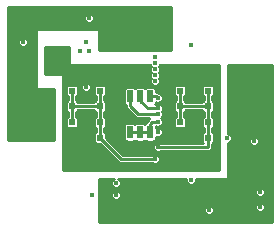
<source format=gbl>
G04 #@! TF.GenerationSoftware,KiCad,Pcbnew,(5.1.8)-1*
G04 #@! TF.CreationDate,2021-03-29T10:41:43+03:00*
G04 #@! TF.ProjectId,sensor board,73656e73-6f72-4206-926f-6172642e6b69,rev?*
G04 #@! TF.SameCoordinates,Original*
G04 #@! TF.FileFunction,Copper,L4,Bot*
G04 #@! TF.FilePolarity,Positive*
%FSLAX46Y46*%
G04 Gerber Fmt 4.6, Leading zero omitted, Abs format (unit mm)*
G04 Created by KiCad (PCBNEW (5.1.8)-1) date 2021-03-29 10:41:43*
%MOMM*%
%LPD*%
G01*
G04 APERTURE LIST*
G04 #@! TA.AperFunction,SMDPad,CuDef*
%ADD10R,0.550000X0.540000*%
G04 #@! TD*
G04 #@! TA.AperFunction,ComponentPad*
%ADD11C,3.000000*%
G04 #@! TD*
G04 #@! TA.AperFunction,SMDPad,CuDef*
%ADD12R,0.508800X1.112799*%
G04 #@! TD*
G04 #@! TA.AperFunction,ViaPad*
%ADD13C,0.381000*%
G04 #@! TD*
G04 #@! TA.AperFunction,Conductor*
%ADD14C,0.254000*%
G04 #@! TD*
G04 #@! TA.AperFunction,Conductor*
%ADD15C,0.100000*%
G04 #@! TD*
G04 APERTURE END LIST*
D10*
X137842000Y-75470000D03*
X137842000Y-76780000D03*
X137842000Y-78160000D03*
X137842000Y-79470000D03*
X135462000Y-79470000D03*
X135462000Y-78160000D03*
X135462000Y-76780000D03*
X135462000Y-75470000D03*
X144606000Y-75470000D03*
X144606000Y-76780000D03*
X144606000Y-78160000D03*
X144606000Y-79470000D03*
X146986000Y-79470000D03*
X146986000Y-78160000D03*
X146986000Y-76780000D03*
X146986000Y-75470000D03*
D11*
X141224000Y-84836000D03*
X141224000Y-70104000D03*
X150622000Y-77470000D03*
X131826000Y-77470000D03*
D12*
X140373999Y-78991600D03*
X141224000Y-78991600D03*
X142074001Y-78991600D03*
X142074001Y-75948400D03*
X141224000Y-75948400D03*
X140373999Y-75948400D03*
D13*
X148590000Y-79502000D03*
X145542000Y-71628000D03*
X147066000Y-85598000D03*
X136652000Y-75184000D03*
X131318000Y-71374000D03*
X142494000Y-74676000D03*
X145542000Y-83058000D03*
X136906000Y-69342000D03*
X142748000Y-78994000D03*
X139192000Y-83312000D03*
X144018000Y-81788000D03*
X134112000Y-72390000D03*
X142494000Y-81280000D03*
X136906000Y-72136000D03*
X142494000Y-73152000D03*
X151384000Y-84074000D03*
X151384000Y-85344000D03*
X142494000Y-73660000D03*
X136144000Y-72136000D03*
X136652000Y-71374000D03*
X142494000Y-72644000D03*
X139192000Y-84328000D03*
X137160000Y-84328000D03*
X142748000Y-80264000D03*
X142748000Y-78105000D03*
X150876000Y-79756000D03*
X142494000Y-74168000D03*
X142748000Y-76073000D03*
X142748000Y-76962000D03*
X142748000Y-77470000D03*
D14*
X135462000Y-75470000D02*
X135462000Y-78160000D01*
X137842000Y-75470000D02*
X137842000Y-79470000D01*
X135462000Y-76780000D02*
X137842000Y-76780000D01*
X139652000Y-81280000D02*
X142494000Y-81280000D01*
X137842000Y-79470000D02*
X139652000Y-81280000D01*
X146986000Y-75470000D02*
X146986000Y-79470000D01*
X144606000Y-75470000D02*
X144606000Y-78160000D01*
X144606000Y-76780000D02*
X146986000Y-76780000D01*
X146986000Y-79470000D02*
X146986000Y-80217000D01*
X146939000Y-80264000D02*
X142748000Y-80264000D01*
X146986000Y-80217000D02*
X146939000Y-80264000D01*
X140373999Y-78991600D02*
X142074001Y-78991600D01*
X142748000Y-78105000D02*
X142240000Y-78105000D01*
X142074001Y-78270999D02*
X142074001Y-78991600D01*
X142240000Y-78105000D02*
X142074001Y-78270999D01*
X142623400Y-75948400D02*
X142748000Y-76073000D01*
X142074001Y-75948400D02*
X142623400Y-75948400D01*
X141868199Y-76962000D02*
X142748000Y-76962000D01*
X141224000Y-76317801D02*
X141868199Y-76962000D01*
X141224000Y-75948400D02*
X141224000Y-76317801D01*
X140373999Y-76758799D02*
X140373999Y-75948400D01*
X141085200Y-77470000D02*
X140373999Y-76758799D01*
X142748000Y-77470000D02*
X141085200Y-77470000D01*
X135255000Y-73152000D02*
X135257440Y-73176776D01*
X135264667Y-73200601D01*
X135276403Y-73222557D01*
X135292197Y-73241803D01*
X135311443Y-73257597D01*
X135333399Y-73269333D01*
X135357224Y-73276560D01*
X135382000Y-73279000D01*
X142094706Y-73279000D01*
X142124016Y-73349760D01*
X142161595Y-73406000D01*
X142124016Y-73462240D01*
X142092544Y-73538220D01*
X142076500Y-73618880D01*
X142076500Y-73701120D01*
X142092544Y-73781780D01*
X142124016Y-73857760D01*
X142161595Y-73914000D01*
X142124016Y-73970240D01*
X142092544Y-74046220D01*
X142076500Y-74126880D01*
X142076500Y-74209120D01*
X142092544Y-74289780D01*
X142124016Y-74365760D01*
X142161595Y-74422000D01*
X142124016Y-74478240D01*
X142092544Y-74554220D01*
X142076500Y-74634880D01*
X142076500Y-74717120D01*
X142092544Y-74797780D01*
X142124016Y-74873760D01*
X142169707Y-74942141D01*
X142227859Y-75000293D01*
X142296240Y-75045984D01*
X142372220Y-75077456D01*
X142452880Y-75093500D01*
X142535120Y-75093500D01*
X142615780Y-75077456D01*
X142691760Y-75045984D01*
X142760141Y-75000293D01*
X142818293Y-74942141D01*
X142863984Y-74873760D01*
X142895456Y-74797780D01*
X142911500Y-74717120D01*
X142911500Y-74634880D01*
X142895456Y-74554220D01*
X142863984Y-74478240D01*
X142826405Y-74422000D01*
X142863984Y-74365760D01*
X142895456Y-74289780D01*
X142911500Y-74209120D01*
X142911500Y-74126880D01*
X142895456Y-74046220D01*
X142863984Y-73970240D01*
X142826405Y-73914000D01*
X142863984Y-73857760D01*
X142895456Y-73781780D01*
X142911500Y-73701120D01*
X142911500Y-73618880D01*
X142895456Y-73538220D01*
X142863984Y-73462240D01*
X142826405Y-73406000D01*
X142863984Y-73349760D01*
X142893294Y-73279000D01*
X147955000Y-73279000D01*
X147955000Y-82169000D01*
X134747000Y-82169000D01*
X134747000Y-75200000D01*
X134958902Y-75200000D01*
X134958902Y-75740000D01*
X134963285Y-75784500D01*
X134976265Y-75827289D01*
X134997343Y-75866724D01*
X135025710Y-75901290D01*
X135060276Y-75929657D01*
X135099711Y-75950735D01*
X135108000Y-75953250D01*
X135108000Y-76296750D01*
X135099711Y-76299265D01*
X135060276Y-76320343D01*
X135025710Y-76348710D01*
X134997343Y-76383276D01*
X134976265Y-76422711D01*
X134963285Y-76465500D01*
X134958902Y-76510000D01*
X134958902Y-77050000D01*
X134963285Y-77094500D01*
X134976265Y-77137289D01*
X134997343Y-77176724D01*
X135025710Y-77211290D01*
X135060276Y-77239657D01*
X135099711Y-77260735D01*
X135108001Y-77263250D01*
X135108001Y-77676750D01*
X135099711Y-77679265D01*
X135060276Y-77700343D01*
X135025710Y-77728710D01*
X134997343Y-77763276D01*
X134976265Y-77802711D01*
X134963285Y-77845500D01*
X134958902Y-77890000D01*
X134958902Y-78430000D01*
X134963285Y-78474500D01*
X134976265Y-78517289D01*
X134997343Y-78556724D01*
X135025710Y-78591290D01*
X135060276Y-78619657D01*
X135099711Y-78640735D01*
X135142500Y-78653715D01*
X135187000Y-78658098D01*
X135737000Y-78658098D01*
X135781500Y-78653715D01*
X135824289Y-78640735D01*
X135863724Y-78619657D01*
X135898290Y-78591290D01*
X135926657Y-78556724D01*
X135947735Y-78517289D01*
X135960715Y-78474500D01*
X135965098Y-78430000D01*
X135965098Y-77890000D01*
X135960715Y-77845500D01*
X135947735Y-77802711D01*
X135926657Y-77763276D01*
X135898290Y-77728710D01*
X135863724Y-77700343D01*
X135824289Y-77679265D01*
X135816000Y-77676751D01*
X135816000Y-77263249D01*
X135824289Y-77260735D01*
X135863724Y-77239657D01*
X135898290Y-77211290D01*
X135926657Y-77176724D01*
X135947735Y-77137289D01*
X135948733Y-77134000D01*
X137355267Y-77134000D01*
X137356265Y-77137289D01*
X137377343Y-77176724D01*
X137405710Y-77211290D01*
X137440276Y-77239657D01*
X137479711Y-77260735D01*
X137488000Y-77263250D01*
X137488001Y-77676750D01*
X137479711Y-77679265D01*
X137440276Y-77700343D01*
X137405710Y-77728710D01*
X137377343Y-77763276D01*
X137356265Y-77802711D01*
X137343285Y-77845500D01*
X137338902Y-77890000D01*
X137338902Y-78430000D01*
X137343285Y-78474500D01*
X137356265Y-78517289D01*
X137377343Y-78556724D01*
X137405710Y-78591290D01*
X137440276Y-78619657D01*
X137479711Y-78640735D01*
X137488001Y-78643250D01*
X137488001Y-78986750D01*
X137479711Y-78989265D01*
X137440276Y-79010343D01*
X137405710Y-79038710D01*
X137377343Y-79073276D01*
X137356265Y-79112711D01*
X137343285Y-79155500D01*
X137338902Y-79200000D01*
X137338902Y-79740000D01*
X137343285Y-79784500D01*
X137356265Y-79827289D01*
X137377343Y-79866724D01*
X137405710Y-79901290D01*
X137440276Y-79929657D01*
X137479711Y-79950735D01*
X137522500Y-79963715D01*
X137567000Y-79968098D01*
X137839468Y-79968098D01*
X139389397Y-81518029D01*
X139400474Y-81531526D01*
X139413971Y-81542603D01*
X139413975Y-81542607D01*
X139431646Y-81557109D01*
X139454377Y-81575764D01*
X139515875Y-81608635D01*
X139582604Y-81628877D01*
X139634618Y-81634000D01*
X139634626Y-81634000D01*
X139652000Y-81635711D01*
X139669374Y-81634000D01*
X142272318Y-81634000D01*
X142296240Y-81649984D01*
X142372220Y-81681456D01*
X142452880Y-81697500D01*
X142535120Y-81697500D01*
X142615780Y-81681456D01*
X142691760Y-81649984D01*
X142760141Y-81604293D01*
X142818293Y-81546141D01*
X142863984Y-81477760D01*
X142895456Y-81401780D01*
X142911500Y-81321120D01*
X142911500Y-81238880D01*
X142895456Y-81158220D01*
X142863984Y-81082240D01*
X142818293Y-81013859D01*
X142760141Y-80955707D01*
X142691760Y-80910016D01*
X142615780Y-80878544D01*
X142535120Y-80862500D01*
X142452880Y-80862500D01*
X142372220Y-80878544D01*
X142296240Y-80910016D01*
X142272318Y-80926000D01*
X139798632Y-80926000D01*
X139095512Y-80222880D01*
X142330500Y-80222880D01*
X142330500Y-80305120D01*
X142346544Y-80385780D01*
X142378016Y-80461760D01*
X142423707Y-80530141D01*
X142481859Y-80588293D01*
X142550240Y-80633984D01*
X142626220Y-80665456D01*
X142706880Y-80681500D01*
X142789120Y-80681500D01*
X142869780Y-80665456D01*
X142945760Y-80633984D01*
X142969682Y-80618000D01*
X146921626Y-80618000D01*
X146939000Y-80619711D01*
X146956374Y-80618000D01*
X146956382Y-80618000D01*
X147008396Y-80612877D01*
X147075125Y-80592635D01*
X147136623Y-80559764D01*
X147190526Y-80515526D01*
X147201612Y-80502018D01*
X147224018Y-80479612D01*
X147237526Y-80468526D01*
X147281764Y-80414623D01*
X147314635Y-80353125D01*
X147334877Y-80286396D01*
X147340000Y-80234382D01*
X147340000Y-80234375D01*
X147341711Y-80217001D01*
X147340000Y-80199626D01*
X147340000Y-79953249D01*
X147348289Y-79950735D01*
X147387724Y-79929657D01*
X147422290Y-79901290D01*
X147450657Y-79866724D01*
X147471735Y-79827289D01*
X147484715Y-79784500D01*
X147489098Y-79740000D01*
X147489098Y-79200000D01*
X147484715Y-79155500D01*
X147471735Y-79112711D01*
X147450657Y-79073276D01*
X147422290Y-79038710D01*
X147387724Y-79010343D01*
X147348289Y-78989265D01*
X147340000Y-78986751D01*
X147340000Y-78643249D01*
X147348289Y-78640735D01*
X147387724Y-78619657D01*
X147422290Y-78591290D01*
X147450657Y-78556724D01*
X147471735Y-78517289D01*
X147484715Y-78474500D01*
X147489098Y-78430000D01*
X147489098Y-77890000D01*
X147484715Y-77845500D01*
X147471735Y-77802711D01*
X147450657Y-77763276D01*
X147422290Y-77728710D01*
X147387724Y-77700343D01*
X147348289Y-77679265D01*
X147340000Y-77676751D01*
X147340000Y-77263249D01*
X147348289Y-77260735D01*
X147387724Y-77239657D01*
X147422290Y-77211290D01*
X147450657Y-77176724D01*
X147471735Y-77137289D01*
X147484715Y-77094500D01*
X147489098Y-77050000D01*
X147489098Y-76510000D01*
X147484715Y-76465500D01*
X147471735Y-76422711D01*
X147450657Y-76383276D01*
X147422290Y-76348710D01*
X147387724Y-76320343D01*
X147348289Y-76299265D01*
X147340000Y-76296751D01*
X147340000Y-75953249D01*
X147348289Y-75950735D01*
X147387724Y-75929657D01*
X147422290Y-75901290D01*
X147450657Y-75866724D01*
X147471735Y-75827289D01*
X147484715Y-75784500D01*
X147489098Y-75740000D01*
X147489098Y-75200000D01*
X147484715Y-75155500D01*
X147471735Y-75112711D01*
X147450657Y-75073276D01*
X147422290Y-75038710D01*
X147387724Y-75010343D01*
X147348289Y-74989265D01*
X147305500Y-74976285D01*
X147261000Y-74971902D01*
X146711000Y-74971902D01*
X146666500Y-74976285D01*
X146623711Y-74989265D01*
X146584276Y-75010343D01*
X146549710Y-75038710D01*
X146521343Y-75073276D01*
X146500265Y-75112711D01*
X146487285Y-75155500D01*
X146482902Y-75200000D01*
X146482902Y-75740000D01*
X146487285Y-75784500D01*
X146500265Y-75827289D01*
X146521343Y-75866724D01*
X146549710Y-75901290D01*
X146584276Y-75929657D01*
X146623711Y-75950735D01*
X146632000Y-75953249D01*
X146632000Y-76296750D01*
X146623711Y-76299265D01*
X146584276Y-76320343D01*
X146549710Y-76348710D01*
X146521343Y-76383276D01*
X146500265Y-76422711D01*
X146499267Y-76426000D01*
X145092733Y-76426000D01*
X145091735Y-76422711D01*
X145070657Y-76383276D01*
X145042290Y-76348710D01*
X145007724Y-76320343D01*
X144968289Y-76299265D01*
X144960000Y-76296751D01*
X144960000Y-75953249D01*
X144968289Y-75950735D01*
X145007724Y-75929657D01*
X145042290Y-75901290D01*
X145070657Y-75866724D01*
X145091735Y-75827289D01*
X145104715Y-75784500D01*
X145109098Y-75740000D01*
X145109098Y-75200000D01*
X145104715Y-75155500D01*
X145091735Y-75112711D01*
X145070657Y-75073276D01*
X145042290Y-75038710D01*
X145007724Y-75010343D01*
X144968289Y-74989265D01*
X144925500Y-74976285D01*
X144881000Y-74971902D01*
X144331000Y-74971902D01*
X144286500Y-74976285D01*
X144243711Y-74989265D01*
X144204276Y-75010343D01*
X144169710Y-75038710D01*
X144141343Y-75073276D01*
X144120265Y-75112711D01*
X144107285Y-75155500D01*
X144102902Y-75200000D01*
X144102902Y-75740000D01*
X144107285Y-75784500D01*
X144120265Y-75827289D01*
X144141343Y-75866724D01*
X144169710Y-75901290D01*
X144204276Y-75929657D01*
X144243711Y-75950735D01*
X144252000Y-75953250D01*
X144252000Y-76296750D01*
X144243711Y-76299265D01*
X144204276Y-76320343D01*
X144169710Y-76348710D01*
X144141343Y-76383276D01*
X144120265Y-76422711D01*
X144107285Y-76465500D01*
X144102902Y-76510000D01*
X144102902Y-77050000D01*
X144107285Y-77094500D01*
X144120265Y-77137289D01*
X144141343Y-77176724D01*
X144169710Y-77211290D01*
X144204276Y-77239657D01*
X144243711Y-77260735D01*
X144252001Y-77263250D01*
X144252001Y-77676750D01*
X144243711Y-77679265D01*
X144204276Y-77700343D01*
X144169710Y-77728710D01*
X144141343Y-77763276D01*
X144120265Y-77802711D01*
X144107285Y-77845500D01*
X144102902Y-77890000D01*
X144102902Y-78430000D01*
X144107285Y-78474500D01*
X144120265Y-78517289D01*
X144141343Y-78556724D01*
X144169710Y-78591290D01*
X144204276Y-78619657D01*
X144243711Y-78640735D01*
X144286500Y-78653715D01*
X144331000Y-78658098D01*
X144881000Y-78658098D01*
X144925500Y-78653715D01*
X144968289Y-78640735D01*
X145007724Y-78619657D01*
X145042290Y-78591290D01*
X145070657Y-78556724D01*
X145091735Y-78517289D01*
X145104715Y-78474500D01*
X145109098Y-78430000D01*
X145109098Y-77890000D01*
X145104715Y-77845500D01*
X145091735Y-77802711D01*
X145070657Y-77763276D01*
X145042290Y-77728710D01*
X145007724Y-77700343D01*
X144968289Y-77679265D01*
X144960000Y-77676751D01*
X144960000Y-77263249D01*
X144968289Y-77260735D01*
X145007724Y-77239657D01*
X145042290Y-77211290D01*
X145070657Y-77176724D01*
X145091735Y-77137289D01*
X145092733Y-77134000D01*
X146499267Y-77134000D01*
X146500265Y-77137289D01*
X146521343Y-77176724D01*
X146549710Y-77211290D01*
X146584276Y-77239657D01*
X146623711Y-77260735D01*
X146632000Y-77263250D01*
X146632001Y-77676750D01*
X146623711Y-77679265D01*
X146584276Y-77700343D01*
X146549710Y-77728710D01*
X146521343Y-77763276D01*
X146500265Y-77802711D01*
X146487285Y-77845500D01*
X146482902Y-77890000D01*
X146482902Y-78430000D01*
X146487285Y-78474500D01*
X146500265Y-78517289D01*
X146521343Y-78556724D01*
X146549710Y-78591290D01*
X146584276Y-78619657D01*
X146623711Y-78640735D01*
X146632001Y-78643250D01*
X146632001Y-78986750D01*
X146623711Y-78989265D01*
X146584276Y-79010343D01*
X146549710Y-79038710D01*
X146521343Y-79073276D01*
X146500265Y-79112711D01*
X146487285Y-79155500D01*
X146482902Y-79200000D01*
X146482902Y-79740000D01*
X146487285Y-79784500D01*
X146500265Y-79827289D01*
X146521343Y-79866724D01*
X146549710Y-79901290D01*
X146560323Y-79910000D01*
X142969682Y-79910000D01*
X142945760Y-79894016D01*
X142869780Y-79862544D01*
X142789120Y-79846500D01*
X142706880Y-79846500D01*
X142626220Y-79862544D01*
X142550240Y-79894016D01*
X142481859Y-79939707D01*
X142423707Y-79997859D01*
X142378016Y-80066240D01*
X142346544Y-80142220D01*
X142330500Y-80222880D01*
X139095512Y-80222880D01*
X138345098Y-79472468D01*
X138345098Y-79200000D01*
X138340715Y-79155500D01*
X138327735Y-79112711D01*
X138306657Y-79073276D01*
X138278290Y-79038710D01*
X138243724Y-79010343D01*
X138204289Y-78989265D01*
X138196000Y-78986751D01*
X138196000Y-78643249D01*
X138204289Y-78640735D01*
X138243724Y-78619657D01*
X138278290Y-78591290D01*
X138306657Y-78556724D01*
X138327735Y-78517289D01*
X138340715Y-78474500D01*
X138345098Y-78430000D01*
X138345098Y-77890000D01*
X138340715Y-77845500D01*
X138327735Y-77802711D01*
X138306657Y-77763276D01*
X138278290Y-77728710D01*
X138243724Y-77700343D01*
X138204289Y-77679265D01*
X138196000Y-77676751D01*
X138196000Y-77263249D01*
X138204289Y-77260735D01*
X138243724Y-77239657D01*
X138278290Y-77211290D01*
X138306657Y-77176724D01*
X138327735Y-77137289D01*
X138340715Y-77094500D01*
X138345098Y-77050000D01*
X138345098Y-76510000D01*
X138340715Y-76465500D01*
X138327735Y-76422711D01*
X138306657Y-76383276D01*
X138278290Y-76348710D01*
X138243724Y-76320343D01*
X138204289Y-76299265D01*
X138196000Y-76296751D01*
X138196000Y-75953249D01*
X138204289Y-75950735D01*
X138243724Y-75929657D01*
X138278290Y-75901290D01*
X138306657Y-75866724D01*
X138327735Y-75827289D01*
X138340715Y-75784500D01*
X138345098Y-75740000D01*
X138345098Y-75392001D01*
X139891501Y-75392001D01*
X139891501Y-76504799D01*
X139895884Y-76549299D01*
X139908864Y-76592088D01*
X139929942Y-76631523D01*
X139958309Y-76666089D01*
X139992875Y-76694456D01*
X140019999Y-76708954D01*
X140019999Y-76741424D01*
X140018288Y-76758799D01*
X140019999Y-76776173D01*
X140019999Y-76776180D01*
X140025122Y-76828194D01*
X140045364Y-76894923D01*
X140078235Y-76956421D01*
X140122473Y-77010324D01*
X140135976Y-77021406D01*
X140822593Y-77708024D01*
X140833674Y-77721526D01*
X140887577Y-77765764D01*
X140949075Y-77798635D01*
X140995561Y-77812736D01*
X141015803Y-77818877D01*
X141022636Y-77819550D01*
X141067818Y-77824000D01*
X141067825Y-77824000D01*
X141085199Y-77825711D01*
X141102574Y-77824000D01*
X142024387Y-77824000D01*
X141988474Y-77853474D01*
X141977388Y-77866982D01*
X141835979Y-78008391D01*
X141822475Y-78019474D01*
X141778237Y-78073377D01*
X141745366Y-78134875D01*
X141725124Y-78201604D01*
X141722348Y-78229792D01*
X141692877Y-78245544D01*
X141658311Y-78273911D01*
X141649001Y-78285256D01*
X141639690Y-78273911D01*
X141605124Y-78245544D01*
X141565689Y-78224466D01*
X141522900Y-78211486D01*
X141478400Y-78207103D01*
X140969600Y-78207103D01*
X140925100Y-78211486D01*
X140882311Y-78224466D01*
X140842876Y-78245544D01*
X140808310Y-78273911D01*
X140799000Y-78285256D01*
X140789689Y-78273911D01*
X140755123Y-78245544D01*
X140715688Y-78224466D01*
X140672899Y-78211486D01*
X140628399Y-78207103D01*
X140119599Y-78207103D01*
X140075099Y-78211486D01*
X140032310Y-78224466D01*
X139992875Y-78245544D01*
X139958309Y-78273911D01*
X139929942Y-78308477D01*
X139908864Y-78347912D01*
X139895884Y-78390701D01*
X139891501Y-78435201D01*
X139891501Y-79547999D01*
X139895884Y-79592499D01*
X139908864Y-79635288D01*
X139929942Y-79674723D01*
X139958309Y-79709289D01*
X139992875Y-79737656D01*
X140032310Y-79758734D01*
X140075099Y-79771714D01*
X140119599Y-79776097D01*
X140628399Y-79776097D01*
X140672899Y-79771714D01*
X140715688Y-79758734D01*
X140755123Y-79737656D01*
X140789689Y-79709289D01*
X140799000Y-79697944D01*
X140808310Y-79709289D01*
X140842876Y-79737656D01*
X140882311Y-79758734D01*
X140925100Y-79771714D01*
X140969600Y-79776097D01*
X141478400Y-79776097D01*
X141522900Y-79771714D01*
X141565689Y-79758734D01*
X141605124Y-79737656D01*
X141639690Y-79709289D01*
X141649001Y-79697944D01*
X141658311Y-79709289D01*
X141692877Y-79737656D01*
X141732312Y-79758734D01*
X141775101Y-79771714D01*
X141819601Y-79776097D01*
X142328401Y-79776097D01*
X142372901Y-79771714D01*
X142415690Y-79758734D01*
X142455125Y-79737656D01*
X142489691Y-79709289D01*
X142518058Y-79674723D01*
X142539136Y-79635288D01*
X142552116Y-79592499D01*
X142556499Y-79547999D01*
X142556499Y-79366577D01*
X142626220Y-79395456D01*
X142706880Y-79411500D01*
X142789120Y-79411500D01*
X142869780Y-79395456D01*
X142945760Y-79363984D01*
X143014141Y-79318293D01*
X143072293Y-79260141D01*
X143117984Y-79191760D01*
X143149456Y-79115780D01*
X143165500Y-79035120D01*
X143165500Y-78952880D01*
X143149456Y-78872220D01*
X143117984Y-78796240D01*
X143072293Y-78727859D01*
X143014141Y-78669707D01*
X142945760Y-78624016D01*
X142869780Y-78592544D01*
X142789120Y-78576500D01*
X142706880Y-78576500D01*
X142626220Y-78592544D01*
X142556499Y-78621423D01*
X142556499Y-78477577D01*
X142626220Y-78506456D01*
X142706880Y-78522500D01*
X142789120Y-78522500D01*
X142869780Y-78506456D01*
X142945760Y-78474984D01*
X143014141Y-78429293D01*
X143072293Y-78371141D01*
X143117984Y-78302760D01*
X143149456Y-78226780D01*
X143165500Y-78146120D01*
X143165500Y-78063880D01*
X143149456Y-77983220D01*
X143117984Y-77907240D01*
X143072293Y-77838859D01*
X143020934Y-77787500D01*
X143072293Y-77736141D01*
X143117984Y-77667760D01*
X143149456Y-77591780D01*
X143165500Y-77511120D01*
X143165500Y-77428880D01*
X143149456Y-77348220D01*
X143117984Y-77272240D01*
X143080405Y-77216000D01*
X143117984Y-77159760D01*
X143149456Y-77083780D01*
X143165500Y-77003120D01*
X143165500Y-76920880D01*
X143149456Y-76840220D01*
X143117984Y-76764240D01*
X143072293Y-76695859D01*
X143014141Y-76637707D01*
X142945760Y-76592016D01*
X142869780Y-76560544D01*
X142789120Y-76544500D01*
X142706880Y-76544500D01*
X142626220Y-76560544D01*
X142550240Y-76592016D01*
X142533027Y-76603517D01*
X142539136Y-76592088D01*
X142552116Y-76549299D01*
X142556499Y-76504799D01*
X142556499Y-76445577D01*
X142626220Y-76474456D01*
X142706880Y-76490500D01*
X142789120Y-76490500D01*
X142869780Y-76474456D01*
X142945760Y-76442984D01*
X143014141Y-76397293D01*
X143072293Y-76339141D01*
X143117984Y-76270760D01*
X143149456Y-76194780D01*
X143165500Y-76114120D01*
X143165500Y-76031880D01*
X143149456Y-75951220D01*
X143117984Y-75875240D01*
X143072293Y-75806859D01*
X143014141Y-75748707D01*
X142945760Y-75703016D01*
X142869780Y-75671544D01*
X142835835Y-75664792D01*
X142821023Y-75652636D01*
X142759525Y-75619765D01*
X142692796Y-75599523D01*
X142640782Y-75594400D01*
X142640774Y-75594400D01*
X142623400Y-75592689D01*
X142606026Y-75594400D01*
X142556499Y-75594400D01*
X142556499Y-75392001D01*
X142552116Y-75347501D01*
X142539136Y-75304712D01*
X142518058Y-75265277D01*
X142489691Y-75230711D01*
X142455125Y-75202344D01*
X142415690Y-75181266D01*
X142372901Y-75168286D01*
X142328401Y-75163903D01*
X141819601Y-75163903D01*
X141775101Y-75168286D01*
X141732312Y-75181266D01*
X141692877Y-75202344D01*
X141658311Y-75230711D01*
X141649001Y-75242056D01*
X141639690Y-75230711D01*
X141605124Y-75202344D01*
X141565689Y-75181266D01*
X141522900Y-75168286D01*
X141478400Y-75163903D01*
X140969600Y-75163903D01*
X140925100Y-75168286D01*
X140882311Y-75181266D01*
X140842876Y-75202344D01*
X140808310Y-75230711D01*
X140799000Y-75242056D01*
X140789689Y-75230711D01*
X140755123Y-75202344D01*
X140715688Y-75181266D01*
X140672899Y-75168286D01*
X140628399Y-75163903D01*
X140119599Y-75163903D01*
X140075099Y-75168286D01*
X140032310Y-75181266D01*
X139992875Y-75202344D01*
X139958309Y-75230711D01*
X139929942Y-75265277D01*
X139908864Y-75304712D01*
X139895884Y-75347501D01*
X139891501Y-75392001D01*
X138345098Y-75392001D01*
X138345098Y-75200000D01*
X138340715Y-75155500D01*
X138327735Y-75112711D01*
X138306657Y-75073276D01*
X138278290Y-75038710D01*
X138243724Y-75010343D01*
X138204289Y-74989265D01*
X138161500Y-74976285D01*
X138117000Y-74971902D01*
X137567000Y-74971902D01*
X137522500Y-74976285D01*
X137479711Y-74989265D01*
X137440276Y-75010343D01*
X137405710Y-75038710D01*
X137377343Y-75073276D01*
X137356265Y-75112711D01*
X137343285Y-75155500D01*
X137338902Y-75200000D01*
X137338902Y-75740000D01*
X137343285Y-75784500D01*
X137356265Y-75827289D01*
X137377343Y-75866724D01*
X137405710Y-75901290D01*
X137440276Y-75929657D01*
X137479711Y-75950735D01*
X137488000Y-75953249D01*
X137488000Y-76296750D01*
X137479711Y-76299265D01*
X137440276Y-76320343D01*
X137405710Y-76348710D01*
X137377343Y-76383276D01*
X137356265Y-76422711D01*
X137355267Y-76426000D01*
X135948733Y-76426000D01*
X135947735Y-76422711D01*
X135926657Y-76383276D01*
X135898290Y-76348710D01*
X135863724Y-76320343D01*
X135824289Y-76299265D01*
X135816000Y-76296751D01*
X135816000Y-75953249D01*
X135824289Y-75950735D01*
X135863724Y-75929657D01*
X135898290Y-75901290D01*
X135926657Y-75866724D01*
X135947735Y-75827289D01*
X135960715Y-75784500D01*
X135965098Y-75740000D01*
X135965098Y-75200000D01*
X135960715Y-75155500D01*
X135956887Y-75142880D01*
X136234500Y-75142880D01*
X136234500Y-75225120D01*
X136250544Y-75305780D01*
X136282016Y-75381760D01*
X136327707Y-75450141D01*
X136385859Y-75508293D01*
X136454240Y-75553984D01*
X136530220Y-75585456D01*
X136610880Y-75601500D01*
X136693120Y-75601500D01*
X136773780Y-75585456D01*
X136849760Y-75553984D01*
X136918141Y-75508293D01*
X136976293Y-75450141D01*
X137021984Y-75381760D01*
X137053456Y-75305780D01*
X137069500Y-75225120D01*
X137069500Y-75142880D01*
X137053456Y-75062220D01*
X137021984Y-74986240D01*
X136976293Y-74917859D01*
X136918141Y-74859707D01*
X136849760Y-74814016D01*
X136773780Y-74782544D01*
X136693120Y-74766500D01*
X136610880Y-74766500D01*
X136530220Y-74782544D01*
X136454240Y-74814016D01*
X136385859Y-74859707D01*
X136327707Y-74917859D01*
X136282016Y-74986240D01*
X136250544Y-75062220D01*
X136234500Y-75142880D01*
X135956887Y-75142880D01*
X135947735Y-75112711D01*
X135926657Y-75073276D01*
X135898290Y-75038710D01*
X135863724Y-75010343D01*
X135824289Y-74989265D01*
X135781500Y-74976285D01*
X135737000Y-74971902D01*
X135187000Y-74971902D01*
X135142500Y-74976285D01*
X135099711Y-74989265D01*
X135060276Y-75010343D01*
X135025710Y-75038710D01*
X134997343Y-75073276D01*
X134976265Y-75112711D01*
X134963285Y-75155500D01*
X134958902Y-75200000D01*
X134747000Y-75200000D01*
X134747000Y-74168000D01*
X134744560Y-74143224D01*
X134737333Y-74119399D01*
X134725597Y-74097443D01*
X134709803Y-74078197D01*
X134690557Y-74062403D01*
X134668601Y-74050667D01*
X134644776Y-74043440D01*
X134620000Y-74041000D01*
X133223000Y-74041000D01*
X133223000Y-71755000D01*
X135255000Y-71755000D01*
X135255000Y-73152000D01*
G04 #@! TA.AperFunction,Conductor*
D15*
G36*
X135255000Y-73152000D02*
G01*
X135257440Y-73176776D01*
X135264667Y-73200601D01*
X135276403Y-73222557D01*
X135292197Y-73241803D01*
X135311443Y-73257597D01*
X135333399Y-73269333D01*
X135357224Y-73276560D01*
X135382000Y-73279000D01*
X142094706Y-73279000D01*
X142124016Y-73349760D01*
X142161595Y-73406000D01*
X142124016Y-73462240D01*
X142092544Y-73538220D01*
X142076500Y-73618880D01*
X142076500Y-73701120D01*
X142092544Y-73781780D01*
X142124016Y-73857760D01*
X142161595Y-73914000D01*
X142124016Y-73970240D01*
X142092544Y-74046220D01*
X142076500Y-74126880D01*
X142076500Y-74209120D01*
X142092544Y-74289780D01*
X142124016Y-74365760D01*
X142161595Y-74422000D01*
X142124016Y-74478240D01*
X142092544Y-74554220D01*
X142076500Y-74634880D01*
X142076500Y-74717120D01*
X142092544Y-74797780D01*
X142124016Y-74873760D01*
X142169707Y-74942141D01*
X142227859Y-75000293D01*
X142296240Y-75045984D01*
X142372220Y-75077456D01*
X142452880Y-75093500D01*
X142535120Y-75093500D01*
X142615780Y-75077456D01*
X142691760Y-75045984D01*
X142760141Y-75000293D01*
X142818293Y-74942141D01*
X142863984Y-74873760D01*
X142895456Y-74797780D01*
X142911500Y-74717120D01*
X142911500Y-74634880D01*
X142895456Y-74554220D01*
X142863984Y-74478240D01*
X142826405Y-74422000D01*
X142863984Y-74365760D01*
X142895456Y-74289780D01*
X142911500Y-74209120D01*
X142911500Y-74126880D01*
X142895456Y-74046220D01*
X142863984Y-73970240D01*
X142826405Y-73914000D01*
X142863984Y-73857760D01*
X142895456Y-73781780D01*
X142911500Y-73701120D01*
X142911500Y-73618880D01*
X142895456Y-73538220D01*
X142863984Y-73462240D01*
X142826405Y-73406000D01*
X142863984Y-73349760D01*
X142893294Y-73279000D01*
X147955000Y-73279000D01*
X147955000Y-82169000D01*
X134747000Y-82169000D01*
X134747000Y-75200000D01*
X134958902Y-75200000D01*
X134958902Y-75740000D01*
X134963285Y-75784500D01*
X134976265Y-75827289D01*
X134997343Y-75866724D01*
X135025710Y-75901290D01*
X135060276Y-75929657D01*
X135099711Y-75950735D01*
X135108000Y-75953250D01*
X135108000Y-76296750D01*
X135099711Y-76299265D01*
X135060276Y-76320343D01*
X135025710Y-76348710D01*
X134997343Y-76383276D01*
X134976265Y-76422711D01*
X134963285Y-76465500D01*
X134958902Y-76510000D01*
X134958902Y-77050000D01*
X134963285Y-77094500D01*
X134976265Y-77137289D01*
X134997343Y-77176724D01*
X135025710Y-77211290D01*
X135060276Y-77239657D01*
X135099711Y-77260735D01*
X135108001Y-77263250D01*
X135108001Y-77676750D01*
X135099711Y-77679265D01*
X135060276Y-77700343D01*
X135025710Y-77728710D01*
X134997343Y-77763276D01*
X134976265Y-77802711D01*
X134963285Y-77845500D01*
X134958902Y-77890000D01*
X134958902Y-78430000D01*
X134963285Y-78474500D01*
X134976265Y-78517289D01*
X134997343Y-78556724D01*
X135025710Y-78591290D01*
X135060276Y-78619657D01*
X135099711Y-78640735D01*
X135142500Y-78653715D01*
X135187000Y-78658098D01*
X135737000Y-78658098D01*
X135781500Y-78653715D01*
X135824289Y-78640735D01*
X135863724Y-78619657D01*
X135898290Y-78591290D01*
X135926657Y-78556724D01*
X135947735Y-78517289D01*
X135960715Y-78474500D01*
X135965098Y-78430000D01*
X135965098Y-77890000D01*
X135960715Y-77845500D01*
X135947735Y-77802711D01*
X135926657Y-77763276D01*
X135898290Y-77728710D01*
X135863724Y-77700343D01*
X135824289Y-77679265D01*
X135816000Y-77676751D01*
X135816000Y-77263249D01*
X135824289Y-77260735D01*
X135863724Y-77239657D01*
X135898290Y-77211290D01*
X135926657Y-77176724D01*
X135947735Y-77137289D01*
X135948733Y-77134000D01*
X137355267Y-77134000D01*
X137356265Y-77137289D01*
X137377343Y-77176724D01*
X137405710Y-77211290D01*
X137440276Y-77239657D01*
X137479711Y-77260735D01*
X137488000Y-77263250D01*
X137488001Y-77676750D01*
X137479711Y-77679265D01*
X137440276Y-77700343D01*
X137405710Y-77728710D01*
X137377343Y-77763276D01*
X137356265Y-77802711D01*
X137343285Y-77845500D01*
X137338902Y-77890000D01*
X137338902Y-78430000D01*
X137343285Y-78474500D01*
X137356265Y-78517289D01*
X137377343Y-78556724D01*
X137405710Y-78591290D01*
X137440276Y-78619657D01*
X137479711Y-78640735D01*
X137488001Y-78643250D01*
X137488001Y-78986750D01*
X137479711Y-78989265D01*
X137440276Y-79010343D01*
X137405710Y-79038710D01*
X137377343Y-79073276D01*
X137356265Y-79112711D01*
X137343285Y-79155500D01*
X137338902Y-79200000D01*
X137338902Y-79740000D01*
X137343285Y-79784500D01*
X137356265Y-79827289D01*
X137377343Y-79866724D01*
X137405710Y-79901290D01*
X137440276Y-79929657D01*
X137479711Y-79950735D01*
X137522500Y-79963715D01*
X137567000Y-79968098D01*
X137839468Y-79968098D01*
X139389397Y-81518029D01*
X139400474Y-81531526D01*
X139413971Y-81542603D01*
X139413975Y-81542607D01*
X139431646Y-81557109D01*
X139454377Y-81575764D01*
X139515875Y-81608635D01*
X139582604Y-81628877D01*
X139634618Y-81634000D01*
X139634626Y-81634000D01*
X139652000Y-81635711D01*
X139669374Y-81634000D01*
X142272318Y-81634000D01*
X142296240Y-81649984D01*
X142372220Y-81681456D01*
X142452880Y-81697500D01*
X142535120Y-81697500D01*
X142615780Y-81681456D01*
X142691760Y-81649984D01*
X142760141Y-81604293D01*
X142818293Y-81546141D01*
X142863984Y-81477760D01*
X142895456Y-81401780D01*
X142911500Y-81321120D01*
X142911500Y-81238880D01*
X142895456Y-81158220D01*
X142863984Y-81082240D01*
X142818293Y-81013859D01*
X142760141Y-80955707D01*
X142691760Y-80910016D01*
X142615780Y-80878544D01*
X142535120Y-80862500D01*
X142452880Y-80862500D01*
X142372220Y-80878544D01*
X142296240Y-80910016D01*
X142272318Y-80926000D01*
X139798632Y-80926000D01*
X139095512Y-80222880D01*
X142330500Y-80222880D01*
X142330500Y-80305120D01*
X142346544Y-80385780D01*
X142378016Y-80461760D01*
X142423707Y-80530141D01*
X142481859Y-80588293D01*
X142550240Y-80633984D01*
X142626220Y-80665456D01*
X142706880Y-80681500D01*
X142789120Y-80681500D01*
X142869780Y-80665456D01*
X142945760Y-80633984D01*
X142969682Y-80618000D01*
X146921626Y-80618000D01*
X146939000Y-80619711D01*
X146956374Y-80618000D01*
X146956382Y-80618000D01*
X147008396Y-80612877D01*
X147075125Y-80592635D01*
X147136623Y-80559764D01*
X147190526Y-80515526D01*
X147201612Y-80502018D01*
X147224018Y-80479612D01*
X147237526Y-80468526D01*
X147281764Y-80414623D01*
X147314635Y-80353125D01*
X147334877Y-80286396D01*
X147340000Y-80234382D01*
X147340000Y-80234375D01*
X147341711Y-80217001D01*
X147340000Y-80199626D01*
X147340000Y-79953249D01*
X147348289Y-79950735D01*
X147387724Y-79929657D01*
X147422290Y-79901290D01*
X147450657Y-79866724D01*
X147471735Y-79827289D01*
X147484715Y-79784500D01*
X147489098Y-79740000D01*
X147489098Y-79200000D01*
X147484715Y-79155500D01*
X147471735Y-79112711D01*
X147450657Y-79073276D01*
X147422290Y-79038710D01*
X147387724Y-79010343D01*
X147348289Y-78989265D01*
X147340000Y-78986751D01*
X147340000Y-78643249D01*
X147348289Y-78640735D01*
X147387724Y-78619657D01*
X147422290Y-78591290D01*
X147450657Y-78556724D01*
X147471735Y-78517289D01*
X147484715Y-78474500D01*
X147489098Y-78430000D01*
X147489098Y-77890000D01*
X147484715Y-77845500D01*
X147471735Y-77802711D01*
X147450657Y-77763276D01*
X147422290Y-77728710D01*
X147387724Y-77700343D01*
X147348289Y-77679265D01*
X147340000Y-77676751D01*
X147340000Y-77263249D01*
X147348289Y-77260735D01*
X147387724Y-77239657D01*
X147422290Y-77211290D01*
X147450657Y-77176724D01*
X147471735Y-77137289D01*
X147484715Y-77094500D01*
X147489098Y-77050000D01*
X147489098Y-76510000D01*
X147484715Y-76465500D01*
X147471735Y-76422711D01*
X147450657Y-76383276D01*
X147422290Y-76348710D01*
X147387724Y-76320343D01*
X147348289Y-76299265D01*
X147340000Y-76296751D01*
X147340000Y-75953249D01*
X147348289Y-75950735D01*
X147387724Y-75929657D01*
X147422290Y-75901290D01*
X147450657Y-75866724D01*
X147471735Y-75827289D01*
X147484715Y-75784500D01*
X147489098Y-75740000D01*
X147489098Y-75200000D01*
X147484715Y-75155500D01*
X147471735Y-75112711D01*
X147450657Y-75073276D01*
X147422290Y-75038710D01*
X147387724Y-75010343D01*
X147348289Y-74989265D01*
X147305500Y-74976285D01*
X147261000Y-74971902D01*
X146711000Y-74971902D01*
X146666500Y-74976285D01*
X146623711Y-74989265D01*
X146584276Y-75010343D01*
X146549710Y-75038710D01*
X146521343Y-75073276D01*
X146500265Y-75112711D01*
X146487285Y-75155500D01*
X146482902Y-75200000D01*
X146482902Y-75740000D01*
X146487285Y-75784500D01*
X146500265Y-75827289D01*
X146521343Y-75866724D01*
X146549710Y-75901290D01*
X146584276Y-75929657D01*
X146623711Y-75950735D01*
X146632000Y-75953249D01*
X146632000Y-76296750D01*
X146623711Y-76299265D01*
X146584276Y-76320343D01*
X146549710Y-76348710D01*
X146521343Y-76383276D01*
X146500265Y-76422711D01*
X146499267Y-76426000D01*
X145092733Y-76426000D01*
X145091735Y-76422711D01*
X145070657Y-76383276D01*
X145042290Y-76348710D01*
X145007724Y-76320343D01*
X144968289Y-76299265D01*
X144960000Y-76296751D01*
X144960000Y-75953249D01*
X144968289Y-75950735D01*
X145007724Y-75929657D01*
X145042290Y-75901290D01*
X145070657Y-75866724D01*
X145091735Y-75827289D01*
X145104715Y-75784500D01*
X145109098Y-75740000D01*
X145109098Y-75200000D01*
X145104715Y-75155500D01*
X145091735Y-75112711D01*
X145070657Y-75073276D01*
X145042290Y-75038710D01*
X145007724Y-75010343D01*
X144968289Y-74989265D01*
X144925500Y-74976285D01*
X144881000Y-74971902D01*
X144331000Y-74971902D01*
X144286500Y-74976285D01*
X144243711Y-74989265D01*
X144204276Y-75010343D01*
X144169710Y-75038710D01*
X144141343Y-75073276D01*
X144120265Y-75112711D01*
X144107285Y-75155500D01*
X144102902Y-75200000D01*
X144102902Y-75740000D01*
X144107285Y-75784500D01*
X144120265Y-75827289D01*
X144141343Y-75866724D01*
X144169710Y-75901290D01*
X144204276Y-75929657D01*
X144243711Y-75950735D01*
X144252000Y-75953250D01*
X144252000Y-76296750D01*
X144243711Y-76299265D01*
X144204276Y-76320343D01*
X144169710Y-76348710D01*
X144141343Y-76383276D01*
X144120265Y-76422711D01*
X144107285Y-76465500D01*
X144102902Y-76510000D01*
X144102902Y-77050000D01*
X144107285Y-77094500D01*
X144120265Y-77137289D01*
X144141343Y-77176724D01*
X144169710Y-77211290D01*
X144204276Y-77239657D01*
X144243711Y-77260735D01*
X144252001Y-77263250D01*
X144252001Y-77676750D01*
X144243711Y-77679265D01*
X144204276Y-77700343D01*
X144169710Y-77728710D01*
X144141343Y-77763276D01*
X144120265Y-77802711D01*
X144107285Y-77845500D01*
X144102902Y-77890000D01*
X144102902Y-78430000D01*
X144107285Y-78474500D01*
X144120265Y-78517289D01*
X144141343Y-78556724D01*
X144169710Y-78591290D01*
X144204276Y-78619657D01*
X144243711Y-78640735D01*
X144286500Y-78653715D01*
X144331000Y-78658098D01*
X144881000Y-78658098D01*
X144925500Y-78653715D01*
X144968289Y-78640735D01*
X145007724Y-78619657D01*
X145042290Y-78591290D01*
X145070657Y-78556724D01*
X145091735Y-78517289D01*
X145104715Y-78474500D01*
X145109098Y-78430000D01*
X145109098Y-77890000D01*
X145104715Y-77845500D01*
X145091735Y-77802711D01*
X145070657Y-77763276D01*
X145042290Y-77728710D01*
X145007724Y-77700343D01*
X144968289Y-77679265D01*
X144960000Y-77676751D01*
X144960000Y-77263249D01*
X144968289Y-77260735D01*
X145007724Y-77239657D01*
X145042290Y-77211290D01*
X145070657Y-77176724D01*
X145091735Y-77137289D01*
X145092733Y-77134000D01*
X146499267Y-77134000D01*
X146500265Y-77137289D01*
X146521343Y-77176724D01*
X146549710Y-77211290D01*
X146584276Y-77239657D01*
X146623711Y-77260735D01*
X146632000Y-77263250D01*
X146632001Y-77676750D01*
X146623711Y-77679265D01*
X146584276Y-77700343D01*
X146549710Y-77728710D01*
X146521343Y-77763276D01*
X146500265Y-77802711D01*
X146487285Y-77845500D01*
X146482902Y-77890000D01*
X146482902Y-78430000D01*
X146487285Y-78474500D01*
X146500265Y-78517289D01*
X146521343Y-78556724D01*
X146549710Y-78591290D01*
X146584276Y-78619657D01*
X146623711Y-78640735D01*
X146632001Y-78643250D01*
X146632001Y-78986750D01*
X146623711Y-78989265D01*
X146584276Y-79010343D01*
X146549710Y-79038710D01*
X146521343Y-79073276D01*
X146500265Y-79112711D01*
X146487285Y-79155500D01*
X146482902Y-79200000D01*
X146482902Y-79740000D01*
X146487285Y-79784500D01*
X146500265Y-79827289D01*
X146521343Y-79866724D01*
X146549710Y-79901290D01*
X146560323Y-79910000D01*
X142969682Y-79910000D01*
X142945760Y-79894016D01*
X142869780Y-79862544D01*
X142789120Y-79846500D01*
X142706880Y-79846500D01*
X142626220Y-79862544D01*
X142550240Y-79894016D01*
X142481859Y-79939707D01*
X142423707Y-79997859D01*
X142378016Y-80066240D01*
X142346544Y-80142220D01*
X142330500Y-80222880D01*
X139095512Y-80222880D01*
X138345098Y-79472468D01*
X138345098Y-79200000D01*
X138340715Y-79155500D01*
X138327735Y-79112711D01*
X138306657Y-79073276D01*
X138278290Y-79038710D01*
X138243724Y-79010343D01*
X138204289Y-78989265D01*
X138196000Y-78986751D01*
X138196000Y-78643249D01*
X138204289Y-78640735D01*
X138243724Y-78619657D01*
X138278290Y-78591290D01*
X138306657Y-78556724D01*
X138327735Y-78517289D01*
X138340715Y-78474500D01*
X138345098Y-78430000D01*
X138345098Y-77890000D01*
X138340715Y-77845500D01*
X138327735Y-77802711D01*
X138306657Y-77763276D01*
X138278290Y-77728710D01*
X138243724Y-77700343D01*
X138204289Y-77679265D01*
X138196000Y-77676751D01*
X138196000Y-77263249D01*
X138204289Y-77260735D01*
X138243724Y-77239657D01*
X138278290Y-77211290D01*
X138306657Y-77176724D01*
X138327735Y-77137289D01*
X138340715Y-77094500D01*
X138345098Y-77050000D01*
X138345098Y-76510000D01*
X138340715Y-76465500D01*
X138327735Y-76422711D01*
X138306657Y-76383276D01*
X138278290Y-76348710D01*
X138243724Y-76320343D01*
X138204289Y-76299265D01*
X138196000Y-76296751D01*
X138196000Y-75953249D01*
X138204289Y-75950735D01*
X138243724Y-75929657D01*
X138278290Y-75901290D01*
X138306657Y-75866724D01*
X138327735Y-75827289D01*
X138340715Y-75784500D01*
X138345098Y-75740000D01*
X138345098Y-75392001D01*
X139891501Y-75392001D01*
X139891501Y-76504799D01*
X139895884Y-76549299D01*
X139908864Y-76592088D01*
X139929942Y-76631523D01*
X139958309Y-76666089D01*
X139992875Y-76694456D01*
X140019999Y-76708954D01*
X140019999Y-76741424D01*
X140018288Y-76758799D01*
X140019999Y-76776173D01*
X140019999Y-76776180D01*
X140025122Y-76828194D01*
X140045364Y-76894923D01*
X140078235Y-76956421D01*
X140122473Y-77010324D01*
X140135976Y-77021406D01*
X140822593Y-77708024D01*
X140833674Y-77721526D01*
X140887577Y-77765764D01*
X140949075Y-77798635D01*
X140995561Y-77812736D01*
X141015803Y-77818877D01*
X141022636Y-77819550D01*
X141067818Y-77824000D01*
X141067825Y-77824000D01*
X141085199Y-77825711D01*
X141102574Y-77824000D01*
X142024387Y-77824000D01*
X141988474Y-77853474D01*
X141977388Y-77866982D01*
X141835979Y-78008391D01*
X141822475Y-78019474D01*
X141778237Y-78073377D01*
X141745366Y-78134875D01*
X141725124Y-78201604D01*
X141722348Y-78229792D01*
X141692877Y-78245544D01*
X141658311Y-78273911D01*
X141649001Y-78285256D01*
X141639690Y-78273911D01*
X141605124Y-78245544D01*
X141565689Y-78224466D01*
X141522900Y-78211486D01*
X141478400Y-78207103D01*
X140969600Y-78207103D01*
X140925100Y-78211486D01*
X140882311Y-78224466D01*
X140842876Y-78245544D01*
X140808310Y-78273911D01*
X140799000Y-78285256D01*
X140789689Y-78273911D01*
X140755123Y-78245544D01*
X140715688Y-78224466D01*
X140672899Y-78211486D01*
X140628399Y-78207103D01*
X140119599Y-78207103D01*
X140075099Y-78211486D01*
X140032310Y-78224466D01*
X139992875Y-78245544D01*
X139958309Y-78273911D01*
X139929942Y-78308477D01*
X139908864Y-78347912D01*
X139895884Y-78390701D01*
X139891501Y-78435201D01*
X139891501Y-79547999D01*
X139895884Y-79592499D01*
X139908864Y-79635288D01*
X139929942Y-79674723D01*
X139958309Y-79709289D01*
X139992875Y-79737656D01*
X140032310Y-79758734D01*
X140075099Y-79771714D01*
X140119599Y-79776097D01*
X140628399Y-79776097D01*
X140672899Y-79771714D01*
X140715688Y-79758734D01*
X140755123Y-79737656D01*
X140789689Y-79709289D01*
X140799000Y-79697944D01*
X140808310Y-79709289D01*
X140842876Y-79737656D01*
X140882311Y-79758734D01*
X140925100Y-79771714D01*
X140969600Y-79776097D01*
X141478400Y-79776097D01*
X141522900Y-79771714D01*
X141565689Y-79758734D01*
X141605124Y-79737656D01*
X141639690Y-79709289D01*
X141649001Y-79697944D01*
X141658311Y-79709289D01*
X141692877Y-79737656D01*
X141732312Y-79758734D01*
X141775101Y-79771714D01*
X141819601Y-79776097D01*
X142328401Y-79776097D01*
X142372901Y-79771714D01*
X142415690Y-79758734D01*
X142455125Y-79737656D01*
X142489691Y-79709289D01*
X142518058Y-79674723D01*
X142539136Y-79635288D01*
X142552116Y-79592499D01*
X142556499Y-79547999D01*
X142556499Y-79366577D01*
X142626220Y-79395456D01*
X142706880Y-79411500D01*
X142789120Y-79411500D01*
X142869780Y-79395456D01*
X142945760Y-79363984D01*
X143014141Y-79318293D01*
X143072293Y-79260141D01*
X143117984Y-79191760D01*
X143149456Y-79115780D01*
X143165500Y-79035120D01*
X143165500Y-78952880D01*
X143149456Y-78872220D01*
X143117984Y-78796240D01*
X143072293Y-78727859D01*
X143014141Y-78669707D01*
X142945760Y-78624016D01*
X142869780Y-78592544D01*
X142789120Y-78576500D01*
X142706880Y-78576500D01*
X142626220Y-78592544D01*
X142556499Y-78621423D01*
X142556499Y-78477577D01*
X142626220Y-78506456D01*
X142706880Y-78522500D01*
X142789120Y-78522500D01*
X142869780Y-78506456D01*
X142945760Y-78474984D01*
X143014141Y-78429293D01*
X143072293Y-78371141D01*
X143117984Y-78302760D01*
X143149456Y-78226780D01*
X143165500Y-78146120D01*
X143165500Y-78063880D01*
X143149456Y-77983220D01*
X143117984Y-77907240D01*
X143072293Y-77838859D01*
X143020934Y-77787500D01*
X143072293Y-77736141D01*
X143117984Y-77667760D01*
X143149456Y-77591780D01*
X143165500Y-77511120D01*
X143165500Y-77428880D01*
X143149456Y-77348220D01*
X143117984Y-77272240D01*
X143080405Y-77216000D01*
X143117984Y-77159760D01*
X143149456Y-77083780D01*
X143165500Y-77003120D01*
X143165500Y-76920880D01*
X143149456Y-76840220D01*
X143117984Y-76764240D01*
X143072293Y-76695859D01*
X143014141Y-76637707D01*
X142945760Y-76592016D01*
X142869780Y-76560544D01*
X142789120Y-76544500D01*
X142706880Y-76544500D01*
X142626220Y-76560544D01*
X142550240Y-76592016D01*
X142533027Y-76603517D01*
X142539136Y-76592088D01*
X142552116Y-76549299D01*
X142556499Y-76504799D01*
X142556499Y-76445577D01*
X142626220Y-76474456D01*
X142706880Y-76490500D01*
X142789120Y-76490500D01*
X142869780Y-76474456D01*
X142945760Y-76442984D01*
X143014141Y-76397293D01*
X143072293Y-76339141D01*
X143117984Y-76270760D01*
X143149456Y-76194780D01*
X143165500Y-76114120D01*
X143165500Y-76031880D01*
X143149456Y-75951220D01*
X143117984Y-75875240D01*
X143072293Y-75806859D01*
X143014141Y-75748707D01*
X142945760Y-75703016D01*
X142869780Y-75671544D01*
X142835835Y-75664792D01*
X142821023Y-75652636D01*
X142759525Y-75619765D01*
X142692796Y-75599523D01*
X142640782Y-75594400D01*
X142640774Y-75594400D01*
X142623400Y-75592689D01*
X142606026Y-75594400D01*
X142556499Y-75594400D01*
X142556499Y-75392001D01*
X142552116Y-75347501D01*
X142539136Y-75304712D01*
X142518058Y-75265277D01*
X142489691Y-75230711D01*
X142455125Y-75202344D01*
X142415690Y-75181266D01*
X142372901Y-75168286D01*
X142328401Y-75163903D01*
X141819601Y-75163903D01*
X141775101Y-75168286D01*
X141732312Y-75181266D01*
X141692877Y-75202344D01*
X141658311Y-75230711D01*
X141649001Y-75242056D01*
X141639690Y-75230711D01*
X141605124Y-75202344D01*
X141565689Y-75181266D01*
X141522900Y-75168286D01*
X141478400Y-75163903D01*
X140969600Y-75163903D01*
X140925100Y-75168286D01*
X140882311Y-75181266D01*
X140842876Y-75202344D01*
X140808310Y-75230711D01*
X140799000Y-75242056D01*
X140789689Y-75230711D01*
X140755123Y-75202344D01*
X140715688Y-75181266D01*
X140672899Y-75168286D01*
X140628399Y-75163903D01*
X140119599Y-75163903D01*
X140075099Y-75168286D01*
X140032310Y-75181266D01*
X139992875Y-75202344D01*
X139958309Y-75230711D01*
X139929942Y-75265277D01*
X139908864Y-75304712D01*
X139895884Y-75347501D01*
X139891501Y-75392001D01*
X138345098Y-75392001D01*
X138345098Y-75200000D01*
X138340715Y-75155500D01*
X138327735Y-75112711D01*
X138306657Y-75073276D01*
X138278290Y-75038710D01*
X138243724Y-75010343D01*
X138204289Y-74989265D01*
X138161500Y-74976285D01*
X138117000Y-74971902D01*
X137567000Y-74971902D01*
X137522500Y-74976285D01*
X137479711Y-74989265D01*
X137440276Y-75010343D01*
X137405710Y-75038710D01*
X137377343Y-75073276D01*
X137356265Y-75112711D01*
X137343285Y-75155500D01*
X137338902Y-75200000D01*
X137338902Y-75740000D01*
X137343285Y-75784500D01*
X137356265Y-75827289D01*
X137377343Y-75866724D01*
X137405710Y-75901290D01*
X137440276Y-75929657D01*
X137479711Y-75950735D01*
X137488000Y-75953249D01*
X137488000Y-76296750D01*
X137479711Y-76299265D01*
X137440276Y-76320343D01*
X137405710Y-76348710D01*
X137377343Y-76383276D01*
X137356265Y-76422711D01*
X137355267Y-76426000D01*
X135948733Y-76426000D01*
X135947735Y-76422711D01*
X135926657Y-76383276D01*
X135898290Y-76348710D01*
X135863724Y-76320343D01*
X135824289Y-76299265D01*
X135816000Y-76296751D01*
X135816000Y-75953249D01*
X135824289Y-75950735D01*
X135863724Y-75929657D01*
X135898290Y-75901290D01*
X135926657Y-75866724D01*
X135947735Y-75827289D01*
X135960715Y-75784500D01*
X135965098Y-75740000D01*
X135965098Y-75200000D01*
X135960715Y-75155500D01*
X135956887Y-75142880D01*
X136234500Y-75142880D01*
X136234500Y-75225120D01*
X136250544Y-75305780D01*
X136282016Y-75381760D01*
X136327707Y-75450141D01*
X136385859Y-75508293D01*
X136454240Y-75553984D01*
X136530220Y-75585456D01*
X136610880Y-75601500D01*
X136693120Y-75601500D01*
X136773780Y-75585456D01*
X136849760Y-75553984D01*
X136918141Y-75508293D01*
X136976293Y-75450141D01*
X137021984Y-75381760D01*
X137053456Y-75305780D01*
X137069500Y-75225120D01*
X137069500Y-75142880D01*
X137053456Y-75062220D01*
X137021984Y-74986240D01*
X136976293Y-74917859D01*
X136918141Y-74859707D01*
X136849760Y-74814016D01*
X136773780Y-74782544D01*
X136693120Y-74766500D01*
X136610880Y-74766500D01*
X136530220Y-74782544D01*
X136454240Y-74814016D01*
X136385859Y-74859707D01*
X136327707Y-74917859D01*
X136282016Y-74986240D01*
X136250544Y-75062220D01*
X136234500Y-75142880D01*
X135956887Y-75142880D01*
X135947735Y-75112711D01*
X135926657Y-75073276D01*
X135898290Y-75038710D01*
X135863724Y-75010343D01*
X135824289Y-74989265D01*
X135781500Y-74976285D01*
X135737000Y-74971902D01*
X135187000Y-74971902D01*
X135142500Y-74976285D01*
X135099711Y-74989265D01*
X135060276Y-75010343D01*
X135025710Y-75038710D01*
X134997343Y-75073276D01*
X134976265Y-75112711D01*
X134963285Y-75155500D01*
X134958902Y-75200000D01*
X134747000Y-75200000D01*
X134747000Y-74168000D01*
X134744560Y-74143224D01*
X134737333Y-74119399D01*
X134725597Y-74097443D01*
X134709803Y-74078197D01*
X134690557Y-74062403D01*
X134668601Y-74050667D01*
X134644776Y-74043440D01*
X134620000Y-74041000D01*
X133223000Y-74041000D01*
X133223000Y-71755000D01*
X135255000Y-71755000D01*
X135255000Y-73152000D01*
G37*
G04 #@! TD.AperFunction*
D14*
X152377001Y-86591000D02*
X137795000Y-86591000D01*
X137795000Y-85556880D01*
X146648500Y-85556880D01*
X146648500Y-85639120D01*
X146664544Y-85719780D01*
X146696016Y-85795760D01*
X146741707Y-85864141D01*
X146799859Y-85922293D01*
X146868240Y-85967984D01*
X146944220Y-85999456D01*
X147024880Y-86015500D01*
X147107120Y-86015500D01*
X147187780Y-85999456D01*
X147263760Y-85967984D01*
X147332141Y-85922293D01*
X147390293Y-85864141D01*
X147435984Y-85795760D01*
X147467456Y-85719780D01*
X147483500Y-85639120D01*
X147483500Y-85556880D01*
X147467456Y-85476220D01*
X147435984Y-85400240D01*
X147390293Y-85331859D01*
X147361314Y-85302880D01*
X150966500Y-85302880D01*
X150966500Y-85385120D01*
X150982544Y-85465780D01*
X151014016Y-85541760D01*
X151059707Y-85610141D01*
X151117859Y-85668293D01*
X151186240Y-85713984D01*
X151262220Y-85745456D01*
X151342880Y-85761500D01*
X151425120Y-85761500D01*
X151505780Y-85745456D01*
X151581760Y-85713984D01*
X151650141Y-85668293D01*
X151708293Y-85610141D01*
X151753984Y-85541760D01*
X151785456Y-85465780D01*
X151801500Y-85385120D01*
X151801500Y-85302880D01*
X151785456Y-85222220D01*
X151753984Y-85146240D01*
X151708293Y-85077859D01*
X151650141Y-85019707D01*
X151581760Y-84974016D01*
X151505780Y-84942544D01*
X151425120Y-84926500D01*
X151342880Y-84926500D01*
X151262220Y-84942544D01*
X151186240Y-84974016D01*
X151117859Y-85019707D01*
X151059707Y-85077859D01*
X151014016Y-85146240D01*
X150982544Y-85222220D01*
X150966500Y-85302880D01*
X147361314Y-85302880D01*
X147332141Y-85273707D01*
X147263760Y-85228016D01*
X147187780Y-85196544D01*
X147107120Y-85180500D01*
X147024880Y-85180500D01*
X146944220Y-85196544D01*
X146868240Y-85228016D01*
X146799859Y-85273707D01*
X146741707Y-85331859D01*
X146696016Y-85400240D01*
X146664544Y-85476220D01*
X146648500Y-85556880D01*
X137795000Y-85556880D01*
X137795000Y-84286880D01*
X138774500Y-84286880D01*
X138774500Y-84369120D01*
X138790544Y-84449780D01*
X138822016Y-84525760D01*
X138867707Y-84594141D01*
X138925859Y-84652293D01*
X138994240Y-84697984D01*
X139070220Y-84729456D01*
X139150880Y-84745500D01*
X139233120Y-84745500D01*
X139313780Y-84729456D01*
X139389760Y-84697984D01*
X139458141Y-84652293D01*
X139516293Y-84594141D01*
X139561984Y-84525760D01*
X139593456Y-84449780D01*
X139609500Y-84369120D01*
X139609500Y-84286880D01*
X139593456Y-84206220D01*
X139561984Y-84130240D01*
X139516293Y-84061859D01*
X139487314Y-84032880D01*
X150966500Y-84032880D01*
X150966500Y-84115120D01*
X150982544Y-84195780D01*
X151014016Y-84271760D01*
X151059707Y-84340141D01*
X151117859Y-84398293D01*
X151186240Y-84443984D01*
X151262220Y-84475456D01*
X151342880Y-84491500D01*
X151425120Y-84491500D01*
X151505780Y-84475456D01*
X151581760Y-84443984D01*
X151650141Y-84398293D01*
X151708293Y-84340141D01*
X151753984Y-84271760D01*
X151785456Y-84195780D01*
X151801500Y-84115120D01*
X151801500Y-84032880D01*
X151785456Y-83952220D01*
X151753984Y-83876240D01*
X151708293Y-83807859D01*
X151650141Y-83749707D01*
X151581760Y-83704016D01*
X151505780Y-83672544D01*
X151425120Y-83656500D01*
X151342880Y-83656500D01*
X151262220Y-83672544D01*
X151186240Y-83704016D01*
X151117859Y-83749707D01*
X151059707Y-83807859D01*
X151014016Y-83876240D01*
X150982544Y-83952220D01*
X150966500Y-84032880D01*
X139487314Y-84032880D01*
X139458141Y-84003707D01*
X139389760Y-83958016D01*
X139313780Y-83926544D01*
X139233120Y-83910500D01*
X139150880Y-83910500D01*
X139070220Y-83926544D01*
X138994240Y-83958016D01*
X138925859Y-84003707D01*
X138867707Y-84061859D01*
X138822016Y-84130240D01*
X138790544Y-84206220D01*
X138774500Y-84286880D01*
X137795000Y-84286880D01*
X137795000Y-82931000D01*
X139020835Y-82931000D01*
X138994240Y-82942016D01*
X138925859Y-82987707D01*
X138867707Y-83045859D01*
X138822016Y-83114240D01*
X138790544Y-83190220D01*
X138774500Y-83270880D01*
X138774500Y-83353120D01*
X138790544Y-83433780D01*
X138822016Y-83509760D01*
X138867707Y-83578141D01*
X138925859Y-83636293D01*
X138994240Y-83681984D01*
X139070220Y-83713456D01*
X139150880Y-83729500D01*
X139233120Y-83729500D01*
X139313780Y-83713456D01*
X139389760Y-83681984D01*
X139458141Y-83636293D01*
X139516293Y-83578141D01*
X139561984Y-83509760D01*
X139593456Y-83433780D01*
X139609500Y-83353120D01*
X139609500Y-83270880D01*
X139593456Y-83190220D01*
X139561984Y-83114240D01*
X139516293Y-83045859D01*
X139458141Y-82987707D01*
X139389760Y-82942016D01*
X139363165Y-82931000D01*
X145142706Y-82931000D01*
X145140544Y-82936220D01*
X145124500Y-83016880D01*
X145124500Y-83099120D01*
X145140544Y-83179780D01*
X145172016Y-83255760D01*
X145217707Y-83324141D01*
X145275859Y-83382293D01*
X145344240Y-83427984D01*
X145420220Y-83459456D01*
X145500880Y-83475500D01*
X145583120Y-83475500D01*
X145663780Y-83459456D01*
X145739760Y-83427984D01*
X145808141Y-83382293D01*
X145866293Y-83324141D01*
X145911984Y-83255760D01*
X145943456Y-83179780D01*
X145959500Y-83099120D01*
X145959500Y-83016880D01*
X145943456Y-82936220D01*
X145941294Y-82931000D01*
X148590000Y-82931000D01*
X148614776Y-82928560D01*
X148638601Y-82921333D01*
X148660557Y-82909597D01*
X148679803Y-82893803D01*
X148695597Y-82874557D01*
X148707333Y-82852601D01*
X148714560Y-82828776D01*
X148717000Y-82804000D01*
X148717000Y-79901294D01*
X148787760Y-79871984D01*
X148856141Y-79826293D01*
X148914293Y-79768141D01*
X148949881Y-79714880D01*
X150458500Y-79714880D01*
X150458500Y-79797120D01*
X150474544Y-79877780D01*
X150506016Y-79953760D01*
X150551707Y-80022141D01*
X150609859Y-80080293D01*
X150678240Y-80125984D01*
X150754220Y-80157456D01*
X150834880Y-80173500D01*
X150917120Y-80173500D01*
X150997780Y-80157456D01*
X151073760Y-80125984D01*
X151142141Y-80080293D01*
X151200293Y-80022141D01*
X151245984Y-79953760D01*
X151277456Y-79877780D01*
X151293500Y-79797120D01*
X151293500Y-79714880D01*
X151277456Y-79634220D01*
X151245984Y-79558240D01*
X151200293Y-79489859D01*
X151142141Y-79431707D01*
X151073760Y-79386016D01*
X150997780Y-79354544D01*
X150917120Y-79338500D01*
X150834880Y-79338500D01*
X150754220Y-79354544D01*
X150678240Y-79386016D01*
X150609859Y-79431707D01*
X150551707Y-79489859D01*
X150506016Y-79558240D01*
X150474544Y-79634220D01*
X150458500Y-79714880D01*
X148949881Y-79714880D01*
X148959984Y-79699760D01*
X148991456Y-79623780D01*
X149007500Y-79543120D01*
X149007500Y-79460880D01*
X148991456Y-79380220D01*
X148959984Y-79304240D01*
X148914293Y-79235859D01*
X148856141Y-79177707D01*
X148787760Y-79132016D01*
X148717000Y-79102706D01*
X148717000Y-73279000D01*
X152377000Y-73279000D01*
X152377001Y-86591000D01*
G04 #@! TA.AperFunction,Conductor*
D15*
G36*
X152377001Y-86591000D02*
G01*
X137795000Y-86591000D01*
X137795000Y-85556880D01*
X146648500Y-85556880D01*
X146648500Y-85639120D01*
X146664544Y-85719780D01*
X146696016Y-85795760D01*
X146741707Y-85864141D01*
X146799859Y-85922293D01*
X146868240Y-85967984D01*
X146944220Y-85999456D01*
X147024880Y-86015500D01*
X147107120Y-86015500D01*
X147187780Y-85999456D01*
X147263760Y-85967984D01*
X147332141Y-85922293D01*
X147390293Y-85864141D01*
X147435984Y-85795760D01*
X147467456Y-85719780D01*
X147483500Y-85639120D01*
X147483500Y-85556880D01*
X147467456Y-85476220D01*
X147435984Y-85400240D01*
X147390293Y-85331859D01*
X147361314Y-85302880D01*
X150966500Y-85302880D01*
X150966500Y-85385120D01*
X150982544Y-85465780D01*
X151014016Y-85541760D01*
X151059707Y-85610141D01*
X151117859Y-85668293D01*
X151186240Y-85713984D01*
X151262220Y-85745456D01*
X151342880Y-85761500D01*
X151425120Y-85761500D01*
X151505780Y-85745456D01*
X151581760Y-85713984D01*
X151650141Y-85668293D01*
X151708293Y-85610141D01*
X151753984Y-85541760D01*
X151785456Y-85465780D01*
X151801500Y-85385120D01*
X151801500Y-85302880D01*
X151785456Y-85222220D01*
X151753984Y-85146240D01*
X151708293Y-85077859D01*
X151650141Y-85019707D01*
X151581760Y-84974016D01*
X151505780Y-84942544D01*
X151425120Y-84926500D01*
X151342880Y-84926500D01*
X151262220Y-84942544D01*
X151186240Y-84974016D01*
X151117859Y-85019707D01*
X151059707Y-85077859D01*
X151014016Y-85146240D01*
X150982544Y-85222220D01*
X150966500Y-85302880D01*
X147361314Y-85302880D01*
X147332141Y-85273707D01*
X147263760Y-85228016D01*
X147187780Y-85196544D01*
X147107120Y-85180500D01*
X147024880Y-85180500D01*
X146944220Y-85196544D01*
X146868240Y-85228016D01*
X146799859Y-85273707D01*
X146741707Y-85331859D01*
X146696016Y-85400240D01*
X146664544Y-85476220D01*
X146648500Y-85556880D01*
X137795000Y-85556880D01*
X137795000Y-84286880D01*
X138774500Y-84286880D01*
X138774500Y-84369120D01*
X138790544Y-84449780D01*
X138822016Y-84525760D01*
X138867707Y-84594141D01*
X138925859Y-84652293D01*
X138994240Y-84697984D01*
X139070220Y-84729456D01*
X139150880Y-84745500D01*
X139233120Y-84745500D01*
X139313780Y-84729456D01*
X139389760Y-84697984D01*
X139458141Y-84652293D01*
X139516293Y-84594141D01*
X139561984Y-84525760D01*
X139593456Y-84449780D01*
X139609500Y-84369120D01*
X139609500Y-84286880D01*
X139593456Y-84206220D01*
X139561984Y-84130240D01*
X139516293Y-84061859D01*
X139487314Y-84032880D01*
X150966500Y-84032880D01*
X150966500Y-84115120D01*
X150982544Y-84195780D01*
X151014016Y-84271760D01*
X151059707Y-84340141D01*
X151117859Y-84398293D01*
X151186240Y-84443984D01*
X151262220Y-84475456D01*
X151342880Y-84491500D01*
X151425120Y-84491500D01*
X151505780Y-84475456D01*
X151581760Y-84443984D01*
X151650141Y-84398293D01*
X151708293Y-84340141D01*
X151753984Y-84271760D01*
X151785456Y-84195780D01*
X151801500Y-84115120D01*
X151801500Y-84032880D01*
X151785456Y-83952220D01*
X151753984Y-83876240D01*
X151708293Y-83807859D01*
X151650141Y-83749707D01*
X151581760Y-83704016D01*
X151505780Y-83672544D01*
X151425120Y-83656500D01*
X151342880Y-83656500D01*
X151262220Y-83672544D01*
X151186240Y-83704016D01*
X151117859Y-83749707D01*
X151059707Y-83807859D01*
X151014016Y-83876240D01*
X150982544Y-83952220D01*
X150966500Y-84032880D01*
X139487314Y-84032880D01*
X139458141Y-84003707D01*
X139389760Y-83958016D01*
X139313780Y-83926544D01*
X139233120Y-83910500D01*
X139150880Y-83910500D01*
X139070220Y-83926544D01*
X138994240Y-83958016D01*
X138925859Y-84003707D01*
X138867707Y-84061859D01*
X138822016Y-84130240D01*
X138790544Y-84206220D01*
X138774500Y-84286880D01*
X137795000Y-84286880D01*
X137795000Y-82931000D01*
X139020835Y-82931000D01*
X138994240Y-82942016D01*
X138925859Y-82987707D01*
X138867707Y-83045859D01*
X138822016Y-83114240D01*
X138790544Y-83190220D01*
X138774500Y-83270880D01*
X138774500Y-83353120D01*
X138790544Y-83433780D01*
X138822016Y-83509760D01*
X138867707Y-83578141D01*
X138925859Y-83636293D01*
X138994240Y-83681984D01*
X139070220Y-83713456D01*
X139150880Y-83729500D01*
X139233120Y-83729500D01*
X139313780Y-83713456D01*
X139389760Y-83681984D01*
X139458141Y-83636293D01*
X139516293Y-83578141D01*
X139561984Y-83509760D01*
X139593456Y-83433780D01*
X139609500Y-83353120D01*
X139609500Y-83270880D01*
X139593456Y-83190220D01*
X139561984Y-83114240D01*
X139516293Y-83045859D01*
X139458141Y-82987707D01*
X139389760Y-82942016D01*
X139363165Y-82931000D01*
X145142706Y-82931000D01*
X145140544Y-82936220D01*
X145124500Y-83016880D01*
X145124500Y-83099120D01*
X145140544Y-83179780D01*
X145172016Y-83255760D01*
X145217707Y-83324141D01*
X145275859Y-83382293D01*
X145344240Y-83427984D01*
X145420220Y-83459456D01*
X145500880Y-83475500D01*
X145583120Y-83475500D01*
X145663780Y-83459456D01*
X145739760Y-83427984D01*
X145808141Y-83382293D01*
X145866293Y-83324141D01*
X145911984Y-83255760D01*
X145943456Y-83179780D01*
X145959500Y-83099120D01*
X145959500Y-83016880D01*
X145943456Y-82936220D01*
X145941294Y-82931000D01*
X148590000Y-82931000D01*
X148614776Y-82928560D01*
X148638601Y-82921333D01*
X148660557Y-82909597D01*
X148679803Y-82893803D01*
X148695597Y-82874557D01*
X148707333Y-82852601D01*
X148714560Y-82828776D01*
X148717000Y-82804000D01*
X148717000Y-79901294D01*
X148787760Y-79871984D01*
X148856141Y-79826293D01*
X148914293Y-79768141D01*
X148949881Y-79714880D01*
X150458500Y-79714880D01*
X150458500Y-79797120D01*
X150474544Y-79877780D01*
X150506016Y-79953760D01*
X150551707Y-80022141D01*
X150609859Y-80080293D01*
X150678240Y-80125984D01*
X150754220Y-80157456D01*
X150834880Y-80173500D01*
X150917120Y-80173500D01*
X150997780Y-80157456D01*
X151073760Y-80125984D01*
X151142141Y-80080293D01*
X151200293Y-80022141D01*
X151245984Y-79953760D01*
X151277456Y-79877780D01*
X151293500Y-79797120D01*
X151293500Y-79714880D01*
X151277456Y-79634220D01*
X151245984Y-79558240D01*
X151200293Y-79489859D01*
X151142141Y-79431707D01*
X151073760Y-79386016D01*
X150997780Y-79354544D01*
X150917120Y-79338500D01*
X150834880Y-79338500D01*
X150754220Y-79354544D01*
X150678240Y-79386016D01*
X150609859Y-79431707D01*
X150551707Y-79489859D01*
X150506016Y-79558240D01*
X150474544Y-79634220D01*
X150458500Y-79714880D01*
X148949881Y-79714880D01*
X148959984Y-79699760D01*
X148991456Y-79623780D01*
X149007500Y-79543120D01*
X149007500Y-79460880D01*
X148991456Y-79380220D01*
X148959984Y-79304240D01*
X148914293Y-79235859D01*
X148856141Y-79177707D01*
X148787760Y-79132016D01*
X148717000Y-79102706D01*
X148717000Y-73279000D01*
X152377000Y-73279000D01*
X152377001Y-86591000D01*
G37*
G04 #@! TD.AperFunction*
D14*
X143891000Y-72009000D02*
X137795000Y-72009000D01*
X137795000Y-70358000D01*
X137792560Y-70333224D01*
X137785333Y-70309399D01*
X137773597Y-70287443D01*
X137757803Y-70268197D01*
X137738557Y-70252403D01*
X137716601Y-70240667D01*
X137692776Y-70233440D01*
X137668000Y-70231000D01*
X132588000Y-70231000D01*
X132563224Y-70233440D01*
X132539399Y-70240667D01*
X132517443Y-70252403D01*
X132498197Y-70268197D01*
X132482403Y-70287443D01*
X132470667Y-70309399D01*
X132463440Y-70333224D01*
X132461000Y-70358000D01*
X132461000Y-75184000D01*
X132463440Y-75208776D01*
X132470667Y-75232601D01*
X132482403Y-75254557D01*
X132498197Y-75273803D01*
X132517443Y-75289597D01*
X132539399Y-75301333D01*
X132563224Y-75308560D01*
X132588000Y-75311000D01*
X133985000Y-75311000D01*
X133985000Y-79629000D01*
X130071000Y-79629000D01*
X130071000Y-71332880D01*
X130900500Y-71332880D01*
X130900500Y-71415120D01*
X130916544Y-71495780D01*
X130948016Y-71571760D01*
X130993707Y-71640141D01*
X131051859Y-71698293D01*
X131120240Y-71743984D01*
X131196220Y-71775456D01*
X131276880Y-71791500D01*
X131359120Y-71791500D01*
X131439780Y-71775456D01*
X131515760Y-71743984D01*
X131584141Y-71698293D01*
X131642293Y-71640141D01*
X131687984Y-71571760D01*
X131719456Y-71495780D01*
X131735500Y-71415120D01*
X131735500Y-71332880D01*
X131719456Y-71252220D01*
X131687984Y-71176240D01*
X131642293Y-71107859D01*
X131584141Y-71049707D01*
X131515760Y-71004016D01*
X131439780Y-70972544D01*
X131359120Y-70956500D01*
X131276880Y-70956500D01*
X131196220Y-70972544D01*
X131120240Y-71004016D01*
X131051859Y-71049707D01*
X130993707Y-71107859D01*
X130948016Y-71176240D01*
X130916544Y-71252220D01*
X130900500Y-71332880D01*
X130071000Y-71332880D01*
X130071000Y-69300880D01*
X136488500Y-69300880D01*
X136488500Y-69383120D01*
X136504544Y-69463780D01*
X136536016Y-69539760D01*
X136581707Y-69608141D01*
X136639859Y-69666293D01*
X136708240Y-69711984D01*
X136784220Y-69743456D01*
X136864880Y-69759500D01*
X136947120Y-69759500D01*
X137027780Y-69743456D01*
X137103760Y-69711984D01*
X137172141Y-69666293D01*
X137230293Y-69608141D01*
X137275984Y-69539760D01*
X137307456Y-69463780D01*
X137323500Y-69383120D01*
X137323500Y-69300880D01*
X137307456Y-69220220D01*
X137275984Y-69144240D01*
X137230293Y-69075859D01*
X137172141Y-69017707D01*
X137103760Y-68972016D01*
X137027780Y-68940544D01*
X136947120Y-68924500D01*
X136864880Y-68924500D01*
X136784220Y-68940544D01*
X136708240Y-68972016D01*
X136639859Y-69017707D01*
X136581707Y-69075859D01*
X136536016Y-69144240D01*
X136504544Y-69220220D01*
X136488500Y-69300880D01*
X130071000Y-69300880D01*
X130071000Y-68349000D01*
X143891000Y-68349000D01*
X143891000Y-72009000D01*
G04 #@! TA.AperFunction,Conductor*
D15*
G36*
X143891000Y-72009000D02*
G01*
X137795000Y-72009000D01*
X137795000Y-70358000D01*
X137792560Y-70333224D01*
X137785333Y-70309399D01*
X137773597Y-70287443D01*
X137757803Y-70268197D01*
X137738557Y-70252403D01*
X137716601Y-70240667D01*
X137692776Y-70233440D01*
X137668000Y-70231000D01*
X132588000Y-70231000D01*
X132563224Y-70233440D01*
X132539399Y-70240667D01*
X132517443Y-70252403D01*
X132498197Y-70268197D01*
X132482403Y-70287443D01*
X132470667Y-70309399D01*
X132463440Y-70333224D01*
X132461000Y-70358000D01*
X132461000Y-75184000D01*
X132463440Y-75208776D01*
X132470667Y-75232601D01*
X132482403Y-75254557D01*
X132498197Y-75273803D01*
X132517443Y-75289597D01*
X132539399Y-75301333D01*
X132563224Y-75308560D01*
X132588000Y-75311000D01*
X133985000Y-75311000D01*
X133985000Y-79629000D01*
X130071000Y-79629000D01*
X130071000Y-71332880D01*
X130900500Y-71332880D01*
X130900500Y-71415120D01*
X130916544Y-71495780D01*
X130948016Y-71571760D01*
X130993707Y-71640141D01*
X131051859Y-71698293D01*
X131120240Y-71743984D01*
X131196220Y-71775456D01*
X131276880Y-71791500D01*
X131359120Y-71791500D01*
X131439780Y-71775456D01*
X131515760Y-71743984D01*
X131584141Y-71698293D01*
X131642293Y-71640141D01*
X131687984Y-71571760D01*
X131719456Y-71495780D01*
X131735500Y-71415120D01*
X131735500Y-71332880D01*
X131719456Y-71252220D01*
X131687984Y-71176240D01*
X131642293Y-71107859D01*
X131584141Y-71049707D01*
X131515760Y-71004016D01*
X131439780Y-70972544D01*
X131359120Y-70956500D01*
X131276880Y-70956500D01*
X131196220Y-70972544D01*
X131120240Y-71004016D01*
X131051859Y-71049707D01*
X130993707Y-71107859D01*
X130948016Y-71176240D01*
X130916544Y-71252220D01*
X130900500Y-71332880D01*
X130071000Y-71332880D01*
X130071000Y-69300880D01*
X136488500Y-69300880D01*
X136488500Y-69383120D01*
X136504544Y-69463780D01*
X136536016Y-69539760D01*
X136581707Y-69608141D01*
X136639859Y-69666293D01*
X136708240Y-69711984D01*
X136784220Y-69743456D01*
X136864880Y-69759500D01*
X136947120Y-69759500D01*
X137027780Y-69743456D01*
X137103760Y-69711984D01*
X137172141Y-69666293D01*
X137230293Y-69608141D01*
X137275984Y-69539760D01*
X137307456Y-69463780D01*
X137323500Y-69383120D01*
X137323500Y-69300880D01*
X137307456Y-69220220D01*
X137275984Y-69144240D01*
X137230293Y-69075859D01*
X137172141Y-69017707D01*
X137103760Y-68972016D01*
X137027780Y-68940544D01*
X136947120Y-68924500D01*
X136864880Y-68924500D01*
X136784220Y-68940544D01*
X136708240Y-68972016D01*
X136639859Y-69017707D01*
X136581707Y-69075859D01*
X136536016Y-69144240D01*
X136504544Y-69220220D01*
X136488500Y-69300880D01*
X130071000Y-69300880D01*
X130071000Y-68349000D01*
X143891000Y-68349000D01*
X143891000Y-72009000D01*
G37*
G04 #@! TD.AperFunction*
M02*

</source>
